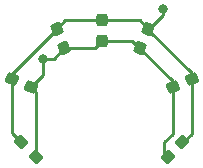
<source format=gbr>
%TF.GenerationSoftware,KiCad,Pcbnew,6.0.11+dfsg-1~bpo11+1*%
%TF.CreationDate,2023-05-08T20:11:06+01:00*%
%TF.ProjectId,gameboy_camera_flash,67616d65-626f-4795-9f63-616d6572615f,rev?*%
%TF.SameCoordinates,Original*%
%TF.FileFunction,Copper,L1,Top*%
%TF.FilePolarity,Positive*%
%FSLAX46Y46*%
G04 Gerber Fmt 4.6, Leading zero omitted, Abs format (unit mm)*
G04 Created by KiCad (PCBNEW 6.0.11+dfsg-1~bpo11+1) date 2023-05-08 20:11:06*
%MOMM*%
%LPD*%
G01*
G04 APERTURE LIST*
G04 Aperture macros list*
%AMRoundRect*
0 Rectangle with rounded corners*
0 $1 Rounding radius*
0 $2 $3 $4 $5 $6 $7 $8 $9 X,Y pos of 4 corners*
0 Add a 4 corners polygon primitive as box body*
4,1,4,$2,$3,$4,$5,$6,$7,$8,$9,$2,$3,0*
0 Add four circle primitives for the rounded corners*
1,1,$1+$1,$2,$3*
1,1,$1+$1,$4,$5*
1,1,$1+$1,$6,$7*
1,1,$1+$1,$8,$9*
0 Add four rect primitives between the rounded corners*
20,1,$1+$1,$2,$3,$4,$5,0*
20,1,$1+$1,$4,$5,$6,$7,0*
20,1,$1+$1,$6,$7,$8,$9,0*
20,1,$1+$1,$8,$9,$2,$3,0*%
G04 Aperture macros list end*
%TA.AperFunction,SMDPad,CuDef*%
%ADD10RoundRect,0.237500X0.035355X0.371231X-0.371231X-0.035355X-0.035355X-0.371231X0.371231X0.035355X0*%
%TD*%
%TA.AperFunction,SMDPad,CuDef*%
%ADD11RoundRect,0.237500X0.174728X0.329443X-0.356503X0.109400X-0.174728X-0.329443X0.356503X-0.109400X0*%
%TD*%
%TA.AperFunction,SMDPad,CuDef*%
%ADD12RoundRect,0.237500X-0.109400X0.356503X-0.329443X-0.174728X0.109400X-0.356503X0.329443X0.174728X0*%
%TD*%
%TA.AperFunction,SMDPad,CuDef*%
%ADD13RoundRect,0.237500X-0.371231X0.035355X0.035355X-0.371231X0.371231X-0.035355X-0.035355X0.371231X0*%
%TD*%
%TA.AperFunction,SMDPad,CuDef*%
%ADD14RoundRect,0.237500X-0.356503X-0.109400X0.174728X-0.329443X0.356503X0.109400X-0.174728X0.329443X0*%
%TD*%
%TA.AperFunction,SMDPad,CuDef*%
%ADD15RoundRect,0.237500X-0.329443X0.174728X-0.109400X-0.356503X0.329443X-0.174728X0.109400X0.356503X0*%
%TD*%
%TA.AperFunction,SMDPad,CuDef*%
%ADD16RoundRect,0.237500X-0.237500X0.287500X-0.237500X-0.287500X0.237500X-0.287500X0.237500X0.287500X0*%
%TD*%
%TA.AperFunction,ViaPad*%
%ADD17C,0.800000*%
%TD*%
%TA.AperFunction,Conductor*%
%ADD18C,0.250000*%
%TD*%
G04 APERTURE END LIST*
D10*
%TO.P,D7,1,K*%
%TO.N,Net-(D1-Pad1)*%
X130118718Y-83381282D03*
%TO.P,D7,2,A*%
%TO.N,Net-(D1-Pad2)*%
X128881282Y-84618718D03*
%TD*%
D11*
%TO.P,D6,1,K*%
%TO.N,Net-(D1-Pad1)*%
X130908395Y-78065152D03*
%TO.P,D6,2,A*%
%TO.N,Net-(D1-Pad2)*%
X129291605Y-78734848D03*
%TD*%
D12*
%TO.P,D5,1,K*%
%TO.N,Net-(D1-Pad1)*%
X127234848Y-73791605D03*
%TO.P,D5,2,A*%
%TO.N,Net-(D1-Pad2)*%
X126565152Y-75408395D03*
%TD*%
D13*
%TO.P,D4,2,A*%
%TO.N,Net-(D1-Pad2)*%
X117700000Y-84600000D03*
%TO.P,D4,1,K*%
%TO.N,Net-(D1-Pad1)*%
X116462564Y-83362564D03*
%TD*%
D14*
%TO.P,D3,1,K*%
%TO.N,Net-(D1-Pad1)*%
X115683210Y-78030304D03*
%TO.P,D3,2,A*%
%TO.N,Net-(D1-Pad2)*%
X117300000Y-78700000D03*
%TD*%
D15*
%TO.P,D2,1,K*%
%TO.N,Net-(D1-Pad1)*%
X119465152Y-73791605D03*
%TO.P,D2,2,A*%
%TO.N,Net-(D1-Pad2)*%
X120134848Y-75408395D03*
%TD*%
D16*
%TO.P,D1,1,K*%
%TO.N,Net-(D1-Pad1)*%
X123300000Y-73050000D03*
%TO.P,D1,2,A*%
%TO.N,Net-(D1-Pad2)*%
X123300000Y-74800000D03*
%TD*%
D17*
%TO.N,Net-(D1-Pad2)*%
X118300000Y-76300000D03*
%TO.N,Net-(D1-Pad1)*%
X128500000Y-72100000D03*
%TD*%
D18*
%TO.N,Net-(D1-Pad1)*%
X123300000Y-73050000D02*
X126493243Y-73050000D01*
X126493243Y-73050000D02*
X127234848Y-73791605D01*
%TO.N,Net-(D1-Pad2)*%
X117300000Y-78700000D02*
X118300000Y-77700000D01*
X118300000Y-77700000D02*
X118300000Y-76300000D01*
X117700000Y-84600000D02*
X117700000Y-79100000D01*
X117700000Y-79100000D02*
X117300000Y-78700000D01*
X129291605Y-82708395D02*
X128600000Y-83400000D01*
X129291605Y-78834848D02*
X129291605Y-82708395D01*
X128600000Y-83400000D02*
X128600000Y-84437436D01*
X128600000Y-84437436D02*
X128881282Y-84718718D01*
X126565152Y-75508395D02*
X129291605Y-78234848D01*
X129291605Y-78234848D02*
X129291605Y-78834848D01*
X123300000Y-74800000D02*
X125856757Y-74800000D01*
X125856757Y-74800000D02*
X126565152Y-75508395D01*
X120134848Y-75408395D02*
X122691605Y-75408395D01*
X122691605Y-75408395D02*
X123300000Y-74800000D01*
X118300000Y-76300000D02*
X119243243Y-76300000D01*
X119243243Y-76300000D02*
X120134848Y-75408395D01*
%TO.N,Net-(D1-Pad1)*%
X119465152Y-73791605D02*
X120206757Y-73050000D01*
X120206757Y-73050000D02*
X123300000Y-73050000D01*
X115683210Y-78030304D02*
X115683210Y-77573547D01*
X115683210Y-77573547D02*
X119465152Y-73791605D01*
X116462564Y-83362564D02*
X115683210Y-82583210D01*
X115683210Y-82583210D02*
X115683210Y-78030304D01*
X130908395Y-78165152D02*
X130908395Y-82691605D01*
X130908395Y-82691605D02*
X130118718Y-83481282D01*
X127234848Y-73891605D02*
X130908395Y-77565152D01*
X130908395Y-77565152D02*
X130908395Y-78165152D01*
X128500000Y-72100000D02*
X128500000Y-72626453D01*
X128500000Y-72626453D02*
X127234848Y-73891605D01*
%TD*%
M02*

</source>
